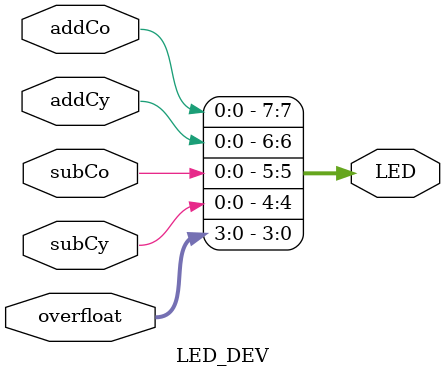
<source format=v>
`timescale 1ns / 1ps
module LED_DEV(input addCo, input addCy, input subCo, input subCy, input [3:0] overfloat, output [7:0] LED);

assign LED[7:0]={addCo, addCy, subCo, subCy, overfloat};

endmodule

</source>
